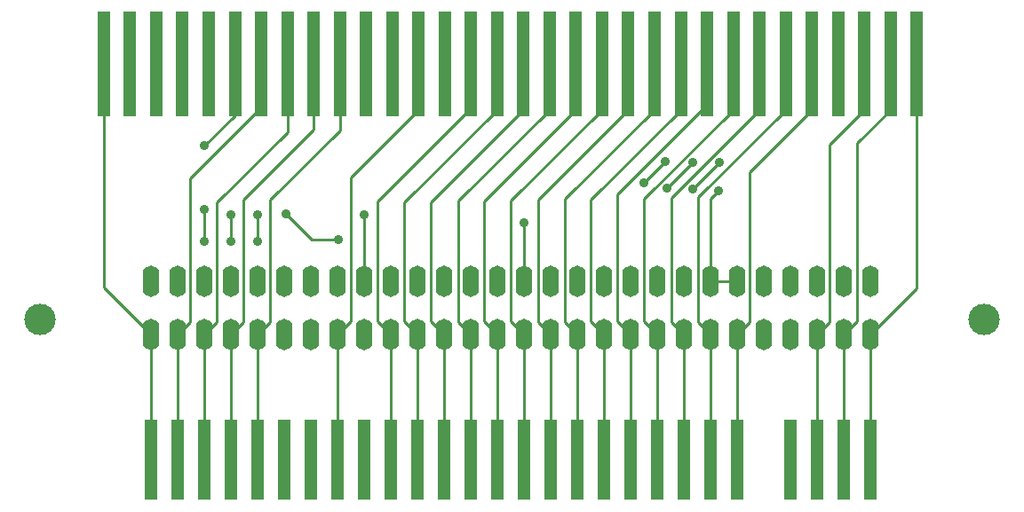
<source format=gbr>
%TF.GenerationSoftware,KiCad,Pcbnew,7.0.1*%
%TF.CreationDate,2024-02-04T01:39:41+03:00*%
%TF.ProjectId,DeltaS48k-convertor,44656c74-6153-4343-986b-2d636f6e7665,rev?*%
%TF.SameCoordinates,Original*%
%TF.FileFunction,Copper,L1,Top*%
%TF.FilePolarity,Positive*%
%FSLAX46Y46*%
G04 Gerber Fmt 4.6, Leading zero omitted, Abs format (unit mm)*
G04 Created by KiCad (PCBNEW 7.0.1) date 2024-02-04 01:39:41*
%MOMM*%
%LPD*%
G01*
G04 APERTURE LIST*
%TA.AperFunction,SMDPad,CuDef*%
%ADD10R,1.270000X10.000000*%
%TD*%
%TA.AperFunction,ComponentPad*%
%ADD11O,1.600000X3.000000*%
%TD*%
%TA.AperFunction,SMDPad,CuDef*%
%ADD12R,1.270000X7.620000*%
%TD*%
%TA.AperFunction,ViaPad*%
%ADD13C,3.000000*%
%TD*%
%TA.AperFunction,ViaPad*%
%ADD14C,0.889000*%
%TD*%
%TA.AperFunction,Conductor*%
%ADD15C,0.254000*%
%TD*%
G04 APERTURE END LIST*
D10*
%TO.P,J1,1,A15*%
%TO.N,A15*%
X165572000Y-41606020D03*
%TO.P,J1,2,A13*%
%TO.N,A13*%
X163072030Y-41606020D03*
%TO.P,J1,3,D7*%
%TO.N,D7*%
X160572010Y-41606020D03*
%TO.P,J1,4*%
%TO.N,unconnected-(J1-Pad4)*%
X158072040Y-41606020D03*
%TO.P,J1,5,D0*%
%TO.N,D0*%
X155572020Y-41606020D03*
%TO.P,J1,6,D1*%
%TO.N,D1*%
X153072000Y-41606020D03*
%TO.P,J1,7,D2*%
%TO.N,D2*%
X150572030Y-41606020D03*
%TO.P,J1,8,D6*%
%TO.N,D6*%
X148072010Y-41606020D03*
%TO.P,J1,9,D5*%
%TO.N,D5*%
X145572040Y-41606020D03*
%TO.P,J1,10,D3*%
%TO.N,D3*%
X143072020Y-41606020D03*
%TO.P,J1,11,D4*%
%TO.N,D4*%
X140572000Y-41606020D03*
%TO.P,J1,12,\u041F\u0420*%
%TO.N,INT*%
X138072030Y-41606020D03*
%TO.P,J1,13,\u041D\u041F\u0420*%
%TO.N,NMI*%
X135572010Y-41606020D03*
%TO.P,J1,14,\u0421\u0422\u041E\u041F*%
%TO.N,HALT*%
X133072040Y-41606020D03*
%TO.P,J1,15,\u041E\u0417\u0423*%
%TO.N,MREQ*%
X130572020Y-41606020D03*
%TO.P,J1,16,\u0412\u0423*%
%TO.N,IOREQ*%
X128071990Y-41606020D03*
%TO.P,J1,17,\u0427\u0422*%
%TO.N,RD*%
X125572030Y-41606020D03*
%TO.P,J1,18,\u0417\u041F*%
%TO.N,WR*%
X123072000Y-41606020D03*
%TO.P,J1,19,BD2*%
%TO.N,unconnected-(J1-Pad19)*%
X120572040Y-41606020D03*
%TO.P,J1,20,\u041E\u0416\u0418\u0414*%
%TO.N,WAIT*%
X118072010Y-41606020D03*
%TO.P,J1,21*%
%TO.N,unconnected-(J1-Pad21)*%
X115571990Y-41606020D03*
%TO.P,J1,22*%
%TO.N,unconnected-(J1-Pad22)*%
X113072020Y-41606020D03*
%TO.P,J1,23,\u041C1*%
%TO.N,M1*%
X110572000Y-41606020D03*
%TO.P,J1,24,\u0420\u0413\u041D*%
%TO.N,RFSH*%
X108072030Y-41606020D03*
%TO.P,J1,25,A8*%
%TO.N,A8*%
X105572010Y-41606020D03*
%TO.P,J1,26,A10*%
%TO.N,A10*%
X103071990Y-41606020D03*
%TO.P,J1,27,\u0421\u0411\u0420\u041E\u0421*%
%TO.N,RESET*%
X100572020Y-41606020D03*
%TO.P,J1,28*%
%TO.N,unconnected-(J1-Pad28)*%
X98072000Y-41606020D03*
%TO.P,J1,29*%
%TO.N,unconnected-(J1-Pad29)*%
X95572030Y-41606020D03*
%TO.P,J1,30,BD4*%
%TO.N,unconnected-(J1-Pad30)*%
X93072010Y-41606020D03*
%TO.P,J1,31,BD0*%
%TO.N,unconnected-(J1-Pad31)*%
X90571990Y-41606020D03*
%TO.P,J1,32,BD7*%
%TO.N,EXTRA*%
X88072020Y-41606020D03*
%TD*%
D11*
%TO.P,SLOT,1,A15*%
%TO.N,A15*%
X161163000Y-67437000D03*
%TO.P,SLOT,2,A13*%
%TO.N,A13*%
X158623000Y-67437000D03*
%TO.P,SLOT,3,D7*%
%TO.N,D7*%
X156083000Y-67437000D03*
%TO.P,SLOT,4,OE*%
%TO.N,unconnected-(J3-Pad4)*%
X153543000Y-67437000D03*
%TO.P,SLOT,5*%
%TO.N,N/C*%
X151003000Y-67437000D03*
%TO.P,SLOT,6,D0*%
%TO.N,D0*%
X148463000Y-67437000D03*
%TO.P,SLOT,7,D1*%
%TO.N,D1*%
X145923000Y-67437000D03*
%TO.P,SLOT,8,D2*%
%TO.N,D2*%
X143383000Y-67437000D03*
%TO.P,SLOT,9,D6*%
%TO.N,D6*%
X140843000Y-67437000D03*
%TO.P,SLOT,10,D5*%
%TO.N,D5*%
X138303000Y-67437000D03*
%TO.P,SLOT,11,D3*%
%TO.N,D3*%
X135763000Y-67437000D03*
%TO.P,SLOT,12,D4*%
%TO.N,D4*%
X133223000Y-67437000D03*
%TO.P,SLOT,13,INT*%
%TO.N,INT*%
X130683000Y-67437000D03*
%TO.P,SLOT,14,NMI*%
%TO.N,NMI*%
X128143000Y-67437000D03*
%TO.P,SLOT,15,HALT*%
%TO.N,HALT*%
X125603000Y-67437000D03*
%TO.P,SLOT,16,MREQ*%
%TO.N,MREQ*%
X123063000Y-67437000D03*
%TO.P,SLOT,17,IORQ*%
%TO.N,IOREQ*%
X120523000Y-67437000D03*
%TO.P,SLOT,18,RD*%
%TO.N,RD*%
X117983000Y-67437000D03*
%TO.P,SLOT,19,WR*%
%TO.N,WR*%
X115443000Y-67437000D03*
%TO.P,SLOT,20,-5V*%
%TO.N,unconnected-(J3-Pad20)*%
X112903000Y-67437000D03*
%TO.P,SLOT,21,WAIT*%
%TO.N,WAIT*%
X110363000Y-67437000D03*
%TO.P,SLOT,22,+12V*%
%TO.N,unconnected-(J3-Pad22)*%
X107823000Y-67437000D03*
%TO.P,SLOT,23,-12V*%
%TO.N,unconnected-(J3-Pad23)*%
X105283000Y-67437000D03*
%TO.P,SLOT,24,M1*%
%TO.N,M1*%
X102743000Y-67437000D03*
%TO.P,SLOT,25,RFSH*%
%TO.N,RFSH*%
X100203000Y-67437000D03*
%TO.P,SLOT,26,A8*%
%TO.N,A8*%
X97663000Y-67437000D03*
%TO.P,SLOT,27,A10*%
%TO.N,A10*%
X95123000Y-67437000D03*
%TO.P,SLOT,28,NC*%
%TO.N,EXTRA*%
X92583000Y-67437000D03*
%TO.P,SLOT,29,A14*%
%TO.N,A14*%
X161163000Y-62357000D03*
%TO.P,SLOT,30,A12*%
%TO.N,A12*%
X158623000Y-62357000D03*
%TO.P,SLOT,31,+5V*%
%TO.N,VCC*%
X156083000Y-62357000D03*
%TO.P,SLOT,32,NC*%
%TO.N,unconnected-(J3-Pad32)*%
X153543000Y-62357000D03*
%TO.P,SLOT,33*%
%TO.N,N/C*%
X151003000Y-62357000D03*
%TO.P,SLOT,34,GND*%
%TO.N,GND*%
X148463000Y-62357000D03*
%TO.P,SLOT,35,GND*%
X145923000Y-62357000D03*
%TO.P,SLOT,36,CLK*%
%TO.N,CLK*%
X143383000Y-62357000D03*
%TO.P,SLOT,37,A0*%
%TO.N,A0*%
X140843000Y-62357000D03*
%TO.P,SLOT,38,A1*%
%TO.N,A1*%
X138303000Y-62357000D03*
%TO.P,SLOT,39,A2*%
%TO.N,A2*%
X135763000Y-62357000D03*
%TO.P,SLOT,40,A3*%
%TO.N,A3*%
X133223000Y-62357000D03*
%TO.P,SLOT,41,NC*%
%TO.N,unconnected-(J3-Pad41)*%
X130683000Y-62357000D03*
%TO.P,SLOT,42,GND*%
%TO.N,GND*%
X128143000Y-62357000D03*
%TO.P,SLOT,43,OE*%
%TO.N,unconnected-(J3-Pad43)*%
X125603000Y-62357000D03*
%TO.P,SLOT,44,NC*%
%TO.N,unconnected-(J3-Pad44)*%
X123063000Y-62357000D03*
%TO.P,SLOT,45,NC*%
%TO.N,unconnected-(J3-Pad45)*%
X120523000Y-62357000D03*
%TO.P,SLOT,46,NC*%
%TO.N,unconnected-(J3-Pad46)*%
X117983000Y-62357000D03*
%TO.P,SLOT,47,BUSRQ*%
%TO.N,BUSRQ*%
X115443000Y-62357000D03*
%TO.P,SLOT,48,RESET*%
%TO.N,RESET*%
X112903000Y-62357000D03*
%TO.P,SLOT,49,A7*%
%TO.N,A7*%
X110363000Y-62357000D03*
%TO.P,SLOT,50,A6*%
%TO.N,A6*%
X107823000Y-62357000D03*
%TO.P,SLOT,51,A5*%
%TO.N,A5*%
X105283000Y-62357000D03*
%TO.P,SLOT,52,A4*%
%TO.N,A4*%
X102743000Y-62357000D03*
%TO.P,SLOT,53,ROMCS*%
%TO.N,ROMCS*%
X100203000Y-62357000D03*
%TO.P,SLOT,54,BUSACK*%
%TO.N,BUSACK*%
X97663000Y-62357000D03*
%TO.P,SLOT,55,A9*%
%TO.N,A9*%
X95123000Y-62357000D03*
%TO.P,SLOT,56,A11*%
%TO.N,A11*%
X92583000Y-62357000D03*
%TD*%
D12*
%TO.P,J2,1,A15*%
%TO.N,A15*%
X161163000Y-79375000D03*
%TO.P,J2,2,A13*%
%TO.N,A13*%
X158623000Y-79375000D03*
%TO.P,J2,3,D7*%
%TO.N,D7*%
X156083000Y-79375000D03*
%TO.P,J2,4,OE*%
%TO.N,unconnected-(J2-Pad4)*%
X153543000Y-79375000D03*
%TO.P,J2,6,D0*%
%TO.N,D0*%
X148463000Y-79375000D03*
%TO.P,J2,7,D1*%
%TO.N,D1*%
X145923000Y-79375000D03*
%TO.P,J2,8,D2*%
%TO.N,D2*%
X143383000Y-79375000D03*
%TO.P,J2,9,D6*%
%TO.N,D6*%
X140843000Y-79375000D03*
%TO.P,J2,10,D5*%
%TO.N,D5*%
X138303000Y-79375000D03*
%TO.P,J2,11,D3*%
%TO.N,D3*%
X135763000Y-79375000D03*
%TO.P,J2,12,D4*%
%TO.N,D4*%
X133223000Y-79375000D03*
%TO.P,J2,13,INT*%
%TO.N,INT*%
X130683000Y-79375000D03*
%TO.P,J2,14,NMI*%
%TO.N,NMI*%
X128143000Y-79375000D03*
%TO.P,J2,15,HALT*%
%TO.N,HALT*%
X125603000Y-79375000D03*
%TO.P,J2,16,MREQ*%
%TO.N,MREQ*%
X123063000Y-79375000D03*
%TO.P,J2,17,IORQ*%
%TO.N,IOREQ*%
X120523000Y-79375000D03*
%TO.P,J2,18,RD*%
%TO.N,RD*%
X117983000Y-79375000D03*
%TO.P,J2,19,WR*%
%TO.N,WR*%
X115443000Y-79375000D03*
%TO.P,J2,20,-5V*%
%TO.N,unconnected-(J2-Pad20)*%
X112903000Y-79375000D03*
%TO.P,J2,21,WAIT*%
%TO.N,WAIT*%
X110363000Y-79375000D03*
%TO.P,J2,22,+12V*%
%TO.N,unconnected-(J2-Pad22)*%
X107823000Y-79375000D03*
%TO.P,J2,23,-12V*%
%TO.N,unconnected-(J2-Pad23)*%
X105283000Y-79375000D03*
%TO.P,J2,24,M1*%
%TO.N,M1*%
X102743000Y-79375000D03*
%TO.P,J2,25,RFSH*%
%TO.N,RFSH*%
X100203000Y-79375000D03*
%TO.P,J2,26,A8*%
%TO.N,A8*%
X97663000Y-79375000D03*
%TO.P,J2,27,A10*%
%TO.N,A10*%
X95123000Y-79375000D03*
%TO.P,J2,28,NC*%
%TO.N,EXTRA*%
X92583000Y-79375000D03*
%TD*%
D13*
%TO.N,*%
X82000000Y-66000000D03*
X172000000Y-66000000D03*
D14*
%TO.N,RESET*%
X100203000Y-58547000D03*
X97663000Y-58547000D03*
X102743000Y-56007000D03*
X112903000Y-56007000D03*
X97663000Y-49403000D03*
X105461636Y-55931636D03*
X110438364Y-58368364D03*
X97663000Y-55499000D03*
X102743000Y-58547000D03*
X100203000Y-56007000D03*
%TO.N,GND*%
X141605000Y-50927000D03*
X144213879Y-50995879D03*
X146685000Y-53721000D03*
X128143000Y-56769000D03*
X141800879Y-53408879D03*
X144193889Y-53515889D03*
X139573000Y-52959000D03*
X146733889Y-50975889D03*
%TD*%
D15*
%TO.N,A15*%
X165572000Y-63028000D02*
X161163000Y-67437000D01*
X165572000Y-41606020D02*
X165572000Y-63028000D01*
X161163000Y-79375000D02*
X161163000Y-67437000D01*
%TO.N,A13*%
X158623000Y-79375000D02*
X158623000Y-67437000D01*
X163072030Y-41606020D02*
X163072030Y-45971020D01*
X163072030Y-45971020D02*
X159893000Y-49150050D01*
X159893000Y-66167000D02*
X158623000Y-67437000D01*
X159893000Y-49150050D02*
X159893000Y-66167000D01*
%TO.N,D7*%
X157264000Y-66256000D02*
X156083000Y-67437000D01*
X156083000Y-79375000D02*
X156083000Y-67437000D01*
X160572010Y-45971020D02*
X157264000Y-49279030D01*
X157264000Y-49279030D02*
X157264000Y-66256000D01*
X160572010Y-41606020D02*
X160572010Y-45971020D01*
%TO.N,D0*%
X149644000Y-66256000D02*
X148463000Y-67437000D01*
X149644000Y-51899040D02*
X149644000Y-66256000D01*
X155572020Y-45971020D02*
X149644000Y-51899040D01*
X148463000Y-79375000D02*
X148463000Y-67437000D01*
X155572020Y-41606020D02*
X155572020Y-45971020D01*
%TO.N,D1*%
X145923000Y-79375000D02*
X145923000Y-67437000D01*
X144742000Y-54301020D02*
X144742000Y-66256000D01*
X153072000Y-41606020D02*
X153072000Y-45971020D01*
X153072000Y-45971020D02*
X144742000Y-54301020D01*
X144742000Y-66256000D02*
X145923000Y-67437000D01*
%TO.N,D2*%
X142202000Y-54341050D02*
X142202000Y-66256000D01*
X150572030Y-45971020D02*
X142202000Y-54341050D01*
X142202000Y-66256000D02*
X143383000Y-67437000D01*
X150572030Y-41606020D02*
X150572030Y-45971020D01*
X143383000Y-79375000D02*
X143383000Y-67437000D01*
%TO.N,D6*%
X148072010Y-45971020D02*
X139573000Y-54470030D01*
X140843000Y-79375000D02*
X140843000Y-67437000D01*
X148072010Y-41606020D02*
X148072010Y-45971020D01*
X139573000Y-54470030D02*
X139573000Y-66167000D01*
X139573000Y-66167000D02*
X140843000Y-67437000D01*
%TO.N,D5*%
X137033000Y-54042040D02*
X137033000Y-66167000D01*
X145572040Y-45503000D02*
X137033000Y-54042040D01*
X138303000Y-79375000D02*
X138303000Y-67437000D01*
X145572040Y-41606020D02*
X145572040Y-45503000D01*
X137033000Y-66167000D02*
X138303000Y-67437000D01*
%TO.N,D3*%
X134493000Y-54550040D02*
X134493000Y-66167000D01*
X143072020Y-41606020D02*
X143072020Y-45971020D01*
X135763000Y-79375000D02*
X135763000Y-67437000D01*
X134493000Y-66167000D02*
X135763000Y-67437000D01*
X143072020Y-45971020D02*
X134493000Y-54550040D01*
%TO.N,D4*%
X132042000Y-54501020D02*
X132042000Y-66256000D01*
X140572000Y-45971020D02*
X132042000Y-54501020D01*
X132042000Y-66256000D02*
X133223000Y-67437000D01*
X133223000Y-79375000D02*
X133223000Y-67437000D01*
X140572000Y-41606020D02*
X140572000Y-45971020D01*
%TO.N,INT*%
X138072030Y-41606020D02*
X138072030Y-45971020D01*
X129502000Y-54541050D02*
X129502000Y-66256000D01*
X129502000Y-66256000D02*
X130683000Y-67437000D01*
X138072030Y-45971020D02*
X129502000Y-54541050D01*
X130683000Y-79375000D02*
X130683000Y-67437000D01*
%TO.N,NMI*%
X126873000Y-66167000D02*
X128143000Y-67437000D01*
X135572010Y-41606020D02*
X135572010Y-45971020D01*
X135572010Y-45971020D02*
X126873000Y-54670030D01*
X128143000Y-79375000D02*
X128143000Y-67437000D01*
X126873000Y-54670030D02*
X126873000Y-66167000D01*
%TO.N,HALT*%
X124333000Y-54710060D02*
X124333000Y-66167000D01*
X133072040Y-45971020D02*
X124333000Y-54710060D01*
X125603000Y-79375000D02*
X125603000Y-67437000D01*
X133072040Y-41606020D02*
X133072040Y-45971020D01*
X124333000Y-66167000D02*
X125603000Y-67437000D01*
%TO.N,MREQ*%
X130572020Y-41606020D02*
X130572020Y-45971020D01*
X121882000Y-66256000D02*
X123063000Y-67437000D01*
X130572020Y-45971020D02*
X121882000Y-54661040D01*
X123063000Y-79375000D02*
X123063000Y-67437000D01*
X121882000Y-54661040D02*
X121882000Y-66256000D01*
%TO.N,IOREQ*%
X119253000Y-66167000D02*
X120523000Y-67437000D01*
X120523000Y-79375000D02*
X120523000Y-67437000D01*
X128071990Y-41606020D02*
X128071990Y-45971020D01*
X119253000Y-54790010D02*
X119253000Y-66167000D01*
X128071990Y-45971020D02*
X119253000Y-54790010D01*
%TO.N,RD*%
X125572030Y-45971020D02*
X116713000Y-54830050D01*
X116713000Y-66167000D02*
X117983000Y-67437000D01*
X125572030Y-41606020D02*
X125572030Y-45971020D01*
X117983000Y-79375000D02*
X117983000Y-67437000D01*
X116713000Y-54830050D02*
X116713000Y-66167000D01*
%TO.N,WR*%
X114173000Y-66167000D02*
X115443000Y-67437000D01*
X115443000Y-79375000D02*
X115443000Y-67437000D01*
X123072000Y-41606020D02*
X123072000Y-45838000D01*
X123072000Y-45838000D02*
X114173000Y-54737000D01*
X114173000Y-54737000D02*
X114173000Y-66167000D01*
%TO.N,WAIT*%
X111633000Y-66167000D02*
X110363000Y-67437000D01*
X111633000Y-52410030D02*
X111633000Y-66167000D01*
X118072010Y-45971020D02*
X111633000Y-52410030D01*
X110363000Y-79375000D02*
X110363000Y-67437000D01*
X118072010Y-41606020D02*
X118072010Y-45971020D01*
%TO.N,M1*%
X110572000Y-41606020D02*
X110572000Y-47924000D01*
X103924000Y-54572000D02*
X103924000Y-66256000D01*
X110572000Y-47924000D02*
X103924000Y-54572000D01*
X102743000Y-79375000D02*
X102743000Y-67437000D01*
X103924000Y-66256000D02*
X102743000Y-67437000D01*
%TO.N,RFSH*%
X108072030Y-47883970D02*
X101384000Y-54572000D01*
X101384000Y-54572000D02*
X101384000Y-66256000D01*
X108072030Y-41606020D02*
X108072030Y-47883970D01*
X100203000Y-79375000D02*
X100203000Y-67437000D01*
X101384000Y-66256000D02*
X100203000Y-67437000D01*
%TO.N,A8*%
X98844000Y-54826000D02*
X98844000Y-66256000D01*
X105572010Y-48097990D02*
X98844000Y-54826000D01*
X98844000Y-66256000D02*
X97663000Y-67437000D01*
X97663000Y-79375000D02*
X97663000Y-67437000D01*
X105572010Y-41606020D02*
X105572010Y-48097990D01*
%TO.N,A10*%
X96304000Y-52540000D02*
X96304000Y-66256000D01*
X96304000Y-66256000D02*
X95123000Y-67437000D01*
X103071990Y-45772010D02*
X96304000Y-52540000D01*
X103071990Y-41606020D02*
X103071990Y-45772010D01*
X95123000Y-79375000D02*
X95123000Y-67437000D01*
%TO.N,RESET*%
X97663000Y-55499000D02*
X97663000Y-58547000D01*
X100203000Y-56007000D02*
X100203000Y-58547000D01*
X100572020Y-41606020D02*
X100572020Y-46493980D01*
X112903000Y-56007000D02*
X112903000Y-62357000D01*
X100572020Y-46493980D02*
X97663000Y-49403000D01*
X102743000Y-56007000D02*
X102743000Y-58547000D01*
X105461636Y-55931636D02*
X107898364Y-58368364D01*
X107898364Y-58368364D02*
X110438364Y-58368364D01*
%TO.N,EXTRA*%
X88072020Y-62926020D02*
X92583000Y-67437000D01*
X88072020Y-41606020D02*
X88072020Y-62926020D01*
X92583000Y-79375000D02*
X92583000Y-67437000D01*
%TO.N,GND*%
X141800879Y-53408879D02*
X144213879Y-50995879D01*
X139573000Y-52959000D02*
X141605000Y-50927000D01*
X145923000Y-54483000D02*
X145923000Y-62357000D01*
X146685000Y-53721000D02*
X145923000Y-54483000D01*
X144193889Y-53515889D02*
X146733889Y-50975889D01*
X128143000Y-62357000D02*
X128143000Y-56769000D01*
X145923000Y-62357000D02*
X148463000Y-62357000D01*
%TD*%
M02*

</source>
